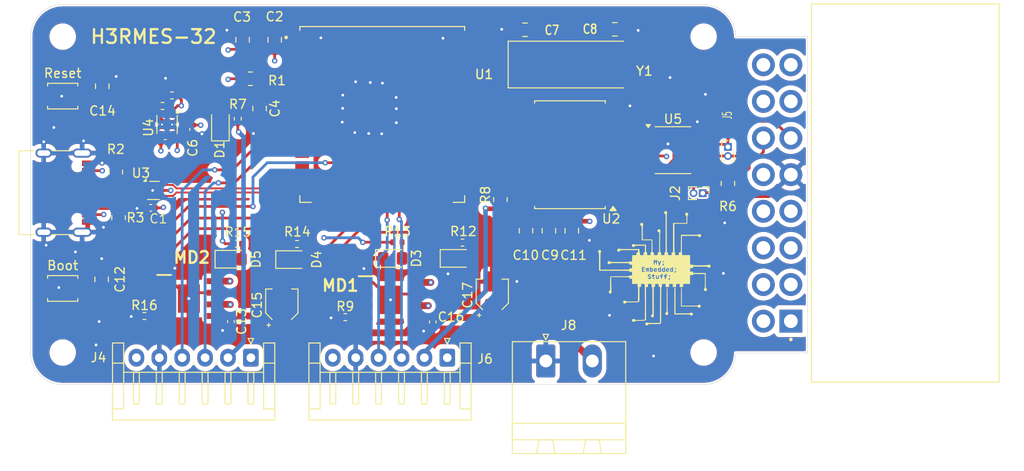
<source format=kicad_pcb>
(kicad_pcb (version 20241229) (generator "pcbnew") (generator_version "9.0")
  (layers (0 "F.Cu" signal) (4 "In1.Cu" power) (6 "In2.Cu" power) (2 "B.Cu" signal) (13 "F.Paste" user) (15 "B.Paste" user) (5 "F.SilkS" user "F.Silkscreen") (7 "B.SilkS" user "B.Silkscreen") (1 "F.Mask" user) (3 "B.Mask" user) (25 "Edge.Cuts" user))
  (net 0 "")
  (net 1 "GND")
  (net 2 "/5V")
  (net 3 "/3.3V")
  (net 4 "/Enable")
  (net 5 "Net-(U2-OSC2)")
  (net 6 "Net-(U2-OSC1)")
  (net 8 "Net-(D1-A)")
  (net 10 "/D-")
  (net 11 "Net-(J1-CC2)")
  (net 12 "/D+")
  (net 14 "Net-(J1-CC1)")
  (net 15 "/CANL")
  (net 16 "Net-(J2-Pin_1)")
  (net 31 "Net-(U4-FB)")
  (net 32 "/CANH")
  (net 33 "Net-(U2-~{RESET})")
  (net 34 "/GPIO0")
  (net 48 "/V_Motor")
  (net 54 "Net-(D2-A)")
  (net 56 "/SCLK")
  (net 58 "/CS")
  (net 61 "/TX_CAN")
  (net 62 "/CAN_INT")
  (net 65 "/RX_CAN")
  (net 66 "/MOSI")
  (net 67 "/MISO")
  (net 68 "Net-(D3-A)")
  (net 70 "/PulseA_02")
  (net 71 "/MotorA+")
  (net 72 "/MotorA-")
  (net 73 "/PulseA_01")
  (net 74 "/PulseB_01")
  (net 75 "/MotorB-")
  (net 76 "/PulseB_02")
  (net 77 "/MotorB+")
  (net 78 "/PWM_B1")
  (net 79 "/PWM_A1")
  (net 80 "/PWM_A2")
  (net 81 "/PWM_B2")
  (net 82 "Net-(D4-A)")
  (net 83 "Net-(D5-A)")
  (net 84 "Net-(IC1-ILIM)")
  (net 85 "Net-(IC2-ILIM)")
  (footprint "C-OBD-II-16M:COMTECH_C-OBD-II-16M" (layer "F.Cu") (at 129.525 73.075 90)
    (property "Reference" "J3" (hide yes))
    (property "Value" "C-OBD-II-16M")
  )
  (footprint "DRV8871DDARQ1:SOIC127P600X170-9N" (layer "F.Cu") (at 85.8 70.75)
    (property "Reference" "MD1")
    (property "Value" "DRV8871DDARQ1" (hide yes))
  )
  (footprint "Resistor_SMD:R_0402_1005Metric" (layer "F.Cu") (at 61.925 48.425 180)
    (property "Reference" "R4" (hide yes))
    (property "Value" "499K")
  )
  (footprint "Capacitor_SMD:CP_Elec_3x5.4" (layer "F.Cu") (at 96.92 70.24 90)
    (property "Reference" "C17")
    (property "Value" "47uF/50V")
  )
  (footprint "Resistor_SMD:R_0805_2012Metric_Pad1.20x1.40mm_HandSolder" (layer "F.Cu") (at 55.8 56.8 90)
    (property "Reference" "R2")
    (property "Value" "5.1K")
  )
  (footprint "Package_SO:SOIC-18W_7.5x11.6mm_P1.27mm" (layer "F.Cu") (at 105.4 54.9 180)
    (property "Reference" "U2")
    (property "Value" "MCP2515-xSO")
  )
  (footprint "Capacitor_SMD:C_0805_2012Metric_Pad1.18x1.45mm_HandSolder" (layer "F.Cu") (at 105.6 63.2 -90)
    (property "Reference" "C11")
    (property "Value" "10uF/16V")
  )
  (footprint "Capacitor_SMD:C_0805_2012Metric_Pad1.18x1.45mm_HandSolder" (layer "F.Cu") (at 54.25 68.51 90)
    (property "Reference" "C12")
    (property "Value" "0.1uF/50V(10%)")
  )
  (footprint "Resistor_SMD:R_0402_1005Metric" (layer "F.Cu") (at 58.9225 72.5175)
    (property "Reference" "R16")
    (property "Value" "32K")
  )
  (footprint "Capacitor_SMD:C_0805_2012Metric_Pad1.18x1.45mm_HandSolder" (layer "F.Cu") (at 69.65 42.35 90)
    (property "Reference" "C3")
    (property "Value" "10uF")
  )
  (footprint "Capacitor_SMD:C_0805_2012Metric_Pad1.18x1.45mm_HandSolder" (layer "F.Cu") (at 73.15 42.35 90)
    (property "Reference" "C2")
    (property "Value" "0.1uF")
  )
  (footprint "Resistor_SMD:R_0402_1005Metric" (layer "F.Cu") (at 69.03 64.62 180)
    (property "Reference" "R15")
    (property "Value" "1.5K")
  )
  (footprint "MountingHole:MountingHole_2.2mm_M2" (layer "F.Cu") (at 120 42)
    (property "Reference" "H4" (hide yes))
    (property "Value" "MountingHole")
  )
  (footprint "LED_SMD:LED_0805_2012Metric_Pad1.15x1.40mm_HandSolder" (layer "F.Cu") (at 75.1325 66.35)
    (property "Reference" "D4")
    (property "Value" "LED")
  )
  (footprint "Resistor_SMD:R_0402_1005Metric" (layer "F.Cu") (at 86.55 64.46 180)
    (property "Reference" "R13")
    (property "Value" "1.5K")
  )
  (footprint "Resistor_SMD:R_0402_1005Metric" (layer "F.Cu") (at 69.12 50.965 -90)
    (property "Reference" "R7")
    (property "Value" "1.5K")
  )
  (footprint "Connector_JST:JST_EH_S6B-EH_1x06_P2.50mm_Horizontal" (layer "F.Cu") (at 70.55 77.0675 180)
    (property "Reference" "J4")
    (property "Value" "Conn_01x06")
  )
  (footprint "Package_SON:WSON-6-1EP_2x2mm_P0.65mm_EP1x1.6mm_ThermalVias" (layer "F.Cu") (at 61.4 51.6 -90)
    (property "Reference" "U4")
    (property "Value" "TLV76701DRVx")
  )
  (footprint "Capacitor_SMD:C_0805_2012Metric_Pad1.18x1.45mm_HandSolder" (layer "F.Cu") (at 100.5 41.25)
    (property "Reference" "C7")
    (property "Value" "22pF")
  )
  (footprint "MountingHole:MountingHole_2.2mm_M2" (layer "F.Cu") (at 50 76.5)
    (property "Reference" "H1" (hide yes))
    (property "Value" "MountingHole")
  )
  (footprint "Capacitor_SMD:C_0402_1005Metric" (layer "F.Cu") (at 64.2375 52.14 -90)
    (property "Reference" "C6")
    (property "Value" "2.2uF")
  )
  (footprint "Capacitor_SMD:C_0402_1005Metric" (layer "F.Cu") (at 61.2 53.6)
    (property "Reference" "C5" (hide yes))
    (property "Value" "10uF")
  )
  (footprint "DRV8871DDARQ1:SOIC127P600X170-9N" (layer "F.Cu") (at 63.7825 70.6075)
    (property "Reference" "MD2")
    (property "Value" "DRV8871DDARQ1" (hide yes))
  )
  (footprint "LOGO" (layer "F.Cu") (at 114.613101 67.571709)
    (property "Reference" "G***" (hide yes))
    (property "Value" "LOGO" (hide yes))
  )
  (footprint "LED_SMD:LED_0805_2012Metric_Pad1.15x1.40mm_HandSolder" (layer "F.Cu") (at 67.22 51.525 90)
    (property "Reference" "D1")
    (property "Value" "LED")
  )
  (footprint "LED_SMD:LED_0805_2012Metric_Pad1.15x1.40mm_HandSolder" (layer "F.Cu") (at 93.0925 66.22)
    (property "Reference" "D2" (hide yes))
    (property "Value" "LED")
  )
  (footprint "Button_Switch_SMD:SW_SPST_B3U-1000P" (layer "F.Cu") (at 50 48.5)
    (property "Reference" "Reset")
    (property "Value" "Reset")
  )
  (footprint "Capacitor_SMD:C_0805_2012Metric_Pad1.18x1.45mm_HandSolder" (layer "F.Cu") (at 100.6 63.2 -90)
    (property "Reference" "C10")
    (property "Value" "0.1uF")
  )
  (footprint "Capacitor_SMD:C_0805_2012Metric_Pad1.18x1.45mm_HandSolder" (layer "F.Cu") (at 71.5 49.85 -90)
    (property "Reference" "C4")
    (property "Value" "1uF")
  )
  (footprint "Capacitor_SMD:C_0805_2012Metric_Pad1.18x1.45mm_HandSolder" (layer "F.Cu") (at 110.3 41.2)
    (property "Reference" "C8")
    (property "Value" "22pF")
  )
  (footprint "Resistor_SMD:R_0805_2012Metric_Pad1.20x1.40mm_HandSolder" (layer "F.Cu") (at 70.5 46.6)
    (property "Reference" "R1")
    (property "Value" "10K")
  )
  (footprint "Connector_USB:USB_C_Receptacle_G-Switch_GT-USB-7010ASV" (layer "F.Cu") (at 49 59.04 -90)
    (property "Reference" "J1" (hide yes))
    (property "Value" "USB_C_Receptacle_USB2.0_16P")
  )
  (footprint "Resistor_SMD:R_0805_2012Metric_Pad1.20x1.40mm_HandSolder" (layer "F.Cu") (at 97.8 59.8 -90)
    (property "Reference" "R8")
    (property "Value" "10K")
  )
  (footprint "ESP32-S3-WROOM-1U-N16R8:XCVR_ESP32-S3-WROOM-1U-N16R8" (layer "F.Cu") (at 84.9 50.5)
    (property "Reference" "U1")
    (property "Value" "ESP32-S3-WROOM-1U-N16R8")
  )
  (footprint "Resistor_SMD:R_0805_2012Metric_Pad1.20x1.40mm_HandSolder" (layer "F.Cu") (at 56.1 61.775 90)
    (property "Reference" "R3")
    (property "Value" "5.1K")
  )
  (footprint "MountingHole:MountingHole_2.2mm_M2" (layer "F.Cu") (at 50 42)
    (property "Reference" "H3" (hide yes))
    (property "Value" "MountingHole")
  )
  (footprint "Connector_JST:JST_EH_S6B-EH_1x06_P2.50mm_Horizontal" (layer "F.Cu") (at 92 77.0675 180)
    (property "Reference" "J6")
    (property "Value" "Conn_01x06")
  )
  (footprint "Resistor_SMD:R_0402_1005Metric" (layer "F.Cu") (at 93.66 64.5 180)
    (property "Reference" "R12")
    (property "Value" "1.5K")
  )
  (footprint "Capacitor_SMD:C_0805_2012Metric_Pad1.18x1.45mm_HandSolder" (layer "F.Cu") (at 103.1 63.2 -90)
    (property "Reference" "C9")
    (property "Value" "0.1uF")
  )
  (footprint "Resistor_SMD:R_0402_1005Metric" (layer "F.Cu") (at 75.59 64.65 180)
    (property "Reference" "R14")
    (property "Value" "1.5K")
  )
  (footprint "Connector_PinHeader_1.00mm:PinHeader_1x02_P1.00mm_Vertical" (layer "F.Cu") (at 122.65 54.04)
    (property "Reference" "J5")
    (property "Value" "Conn_01x02_Pin")
  )
  (footprint "Capacitor_SMD:C_0402_1005Metric" (layer "F.Cu") (at 59.62 60.7 180)
    (property "Reference" "C1")
    (property "Value" "10uF")
  )
  (footprint "Package_TO_SOT_SMD:SOT-666" (layer "F.Cu") (at 59.9 58.8)
    (property "Reference" "U3")
    (property "Value" "USBLC6-2P6")
  )
  (footprint "Capacitor_SMD:C_0402_1005Metric" (layer "F.Cu") (at 68.37 73.12 -90)
    (property "Reference" "C13")
    (property "Value" "0.1uF")
  )
  (footprint "LED_SMD:LED_0805_2012Metric_Pad1.15x1.40mm_HandSolder" (layer "F.Cu") (at 86.0275 66.22)
    (property "Reference" "D3")
    (property "Value" "LED")
  )
  (footprint "Package_SO:SOIC-8_3.9x4.9mm_P1.27mm" (layer "F.Cu") (at 116.65 54.4)
    (property "Reference" "U5")
    (property "Value" "TJA1051T")
  )
  (footprint "Connector_PinHeader_1.00mm:PinHeader_1x02_P1.00mm_Vertical" (layer "F.Cu") (at 119.9 59.1 -90)
    (property "Reference" "J2")
    (property "Value" "Conn_01x02_Pin")
  )
  (footprint "LED_SMD:LED_0805_2012Metric_Pad1.15x1.40mm_HandSolder" (layer "F.Cu") (at 68.5 66.31)
    (property "Reference" "D5")
    (property "Value" "LED")
  )
  (footprint "Connector_Phoenix_MSTB:PhoenixContact_MSTBA_2,5_2-G-5,08_1x02_P5.08mm_Horizontal" (layer "F.Cu") (at 102.76 77.4225)
    (property "Reference" "J8")
    (property "Value" "Screw_Terminal_01x02")
  )
  (footprint "Resistor_SMD:R_0805_2012Metric_Pad1.20x1.40mm_HandSolder" (layer "F.Cu") (at 122.65 58.04 90)
    (property "Reference" "R6")
    (property "Value" "120")
  )
  (footprint "MountingHole:MountingHole_2.2mm_M2" (layer "F.Cu") (at 120 76.5)
    (property "Reference" "H2" (hide yes))
    (property "Value" "MountingHole")
  )
  (footprint "Capacitor_SMD:C_0402_1005Metric" (layer "F.Cu") (at 90.42 73.16 -90)
    (property "Reference" "C16")
    (property "Value" "0.1uF")
  )
  (footprint "Crystal:Crystal_SMD_HC49-SD" (layer "F.Cu") (at 105.35 45.05)
    (property "Reference" "Y1")
    (property "Value" "8Mhz")
  )
  (footprint "Resistor_SMD:R_0402_1005Metric" (layer "F.Cu") (at 60.9 49.575 180)
    (property "Reference" "R5" (hide yes))
    (property "Value" "160K")
  )
  (footprint "Capacitor_SMD:CP_Elec_3x5.4" (layer "F.Cu") (at 73.93 71.32 90)
    (property "Reference" "C15")
    (property "Value" "47uF/50V")
  )
  (footprint "Button_Switch_SMD:SW_SPST_B3U-1000P" (layer "F.Cu") (at 50 69.5)
    (property "Reference" "Boot")
    (property "Value" "Boot")
  )
  (footprint "Resistor_SMD:R_0402_1005Metric" (layer "F.Cu") (at 80.86 72.64)
    (property "Reference" "R9")
    (property "Value" "32K")
  )
  (footprint "Capacitor_SMD:C_0805_2012Metric_Pad1.18x1.45mm_HandSolder" (layer "F.Cu") (at 54.32 47.42 90)
    (property "Reference" "C14")
    (property "Value" "0.1uF/50V(10%)")
  )
  (gr_line (start 120 38.5) (end 50 38.5) (stroke (width 0.05)) (layer "Edge.Cuts"))
  (gr_line (start 123.5 76.55) (end 131.35 76.55) (stroke (width 0.05)) (layer "Edge.Cuts"))
  (gr_arc (start 50 80) (mid 47.525126 78.974874) (end 46.5 76.5) (stroke (width 0.05)) (layer "Edge.Cuts"))
  (gr_line (start 46.5 42) (end 46.5 76.5) (stroke (width 0.05)) (layer "Edge.Cuts"))
  (gr_line (start 123.5 42) (end 131.275 42) (stroke (width 0.05)) (layer "Edge.Cuts"))
  (gr_line (start 131.35 76.55) (end 131.35 42) (stroke (width 0.05)) (layer "Edge.Cuts"))
  (gr_arc (start 46.5 42) (mid 47.525126 39.525126) (end 50 38.5) (stroke (width 0.05)) (layer "Edge.Cuts"))
  (gr_line (start 120 80) (end 50 80) (stroke (width 0.05)) (layer "Edge.Cuts"))
  (gr_arc (start 120 38.5) (mid 122.474874 39.525126) (end 123.5 42) (stroke (width 0.05)) (layer "Edge.Cuts"))
  (gr_arc (start 123.499643 76.549995) (mid 122.457134 78.992487) (end 120 80) (stroke (width 0.05)) (layer "Edge.Cuts"))
  (gr_line (start 131.275 42) (end 131.35 42) (stroke (width 0.05)) (layer "Edge.Cuts"))
  (gr_text "H3RMES-32" (at 52.9 42.88 0) (layer "F.SilkS") (effects (font (size 1.5 1.5) (thickness 0.25) (bold yes)) (justify left bottom)))
  (segment (start 67.9525 41.3125) (end 67.93 41.29) (width 0.3) (layer "F.Cu") (net 1))
  (segment (start 71.5425 50.93) (end 71.5425 51.8675) (width 0.3) (layer "F.Cu") (net 1))
  (segment (start 55.8075 46.3825) (end 55.84 46.35) (width 0.3) (layer "F.Cu") (net 1))
  (segment (start 61.68 53.6) (end 61.4 53.32) (width 0.3) (layer "F.Cu") (net 1))
  (segment (start 52.725 62.24) (end 53.865 62.24) (width 0.3) (layer "F.Cu") (net 1))
  (segment (start 116.055 53.765) (end 116.1 53.72) (width 0.3) (layer "F.Cu") (net 1))
  (segment (start 84.1 51.21) (end 83.4 51.21) (width 0.5) (layer "F.Cu") (net 1))
  (segment (start 83.4 49.81) (end 82.7 49.81) (width 0.5) (layer "F.Cu") (net 1))
  (segment (start 65.275 52.55) (end 65.2 52.625) (width 0.3) (layer "F.Cu") (net 1))
  (segment (start 60.4 49.585) (end 60.39 49.575) (width 0.3) (layer "F.Cu") (net 1))
  (segment (start 84.8 48.41) (end 84.8 47.2) (width 0.5) (layer "F.Cu") (net 1))
  (segment (start 93.65 42.09) (end 91.62 42.09) (width 0.3) (layer "F.Cu") (net 1))
  (segment (start 60.75 50.95) (end 61.4 51.6) (width 0.3) (layer "F.Cu") (net 1))
  (segment (start 96.92 68.74) (end 99.6 68.74) (width 0.75) (layer "F.Cu") (net 1))
  (segment (start 83.4 51.21) (end 83.4 52.56) (width 0.5) (layer "F.Cu") (net 1))
  (segment (start 99.4625 41.25) (end 98 41.25) (width 0.3) (layer "F.Cu") (net 1))
  (segment (start 84.1 48.41) (end 84.8 48.41) (width 0.5) (layer "F.Cu") (net 1))
  (segment (start 80.61 48.41) (end 80.59 48.39) (width 0.5) (layer "F.Cu") (net 1))
  (segment (start 67.95 73.6) (end 67.46 74.09) (width 0.3) (layer "F.Cu") (net 1))
  (segment (start 103.1 64.2375) (end 105.6 64.2375) (width 0.5) (layer "F.Cu") (net 1))
  (segment (start 68.37 73.6) (end 67.95 73.6) (width 0.3) (layer "F.Cu") (net 1))
  (segment (start 64.2375 52.62) (end 65.195 52.62) (width 0.3) (layer "F.Cu") (net 1))
  (segment (start 49.88 48.5) (end 49.89 48.51) (width 0.3) (layer "F.Cu") (net 1))
  (segment (start 82 48.41) (end 82 46.94) (width 0.5) (layer "F.Cu") (net 1))
  (segment (start 61.8775 68.7025) (end 63.7825 70.6075) (width 0.3) (layer "F.Cu") (net 1))
  (segment (start 86.25 51.21) (end 86.44 51.4) (width 0.5) (layer "F.Cu") (net 1))
  (segment (start 69.65 41.3125) (end 67.9525 41.3125) (width 0.3) (layer "F.Cu") (net 1))
  (segment (start 119.125 52.495) (end 119.125 51.485) (width 0.3) (layer "F.Cu") (net 1))
  (segment (start 89.42 74.16) (end 89.9 74.16) (width 0.3) (layer "F.Cu") (net 1))
  (segment (start 112.75 41.2) (end 112.87 41.32) (width 0.3) (layer "F.Cu") (net 1))
  (segment (start 82 51.21) (end 82.7 51.21) (width 0.5) (layer "F.Cu") (net 1))
  (segment (start 129.525 57.075) (end 127.126 59.474) (width 0.3) (layer "F.Cu") (net 1))
  (segment (start 86.19 48.41) (end 86.42 48.64) (width 0.5) (layer "F.Cu") (net 1))
  (segment (start 83.4 50.51) (end 83.4 49.81) (width 0.5) (layer "F.Cu") (net 1))
  (segment (start 83.4 47.2) (end 83.59 47.01) (width 0.5) (layer "F.Cu") (net 1))
  (segment (start 60.75 50.7125) (end 60.4 50.3625) (width 0.3) (layer "F.Cu") (net 1))
  (segment (start 83.4 52.56) (end 83.42 52.58) (width 0.5) (layer "F.Cu") (net 1))
  (segment (start 65.195 52.62) (end 65.2 52.625) (width 0.3) (layer "F.Cu") (net 1))
  (segment (start 49.48 69.5) (end 49.575 69.405) (width 0.3) (layer "F.Cu") (net 1))
  (segment (start 85.8 70.75) (end 83.895 68.845) (width 0.3) (layer "F.Cu") (net 1))
  (segment (start 63.7825 70.6075) (end 64.4175 69.9725) (width 0.3) (layer "F.Cu") (net 1))
  (segment (start 84.8 49.81) (end 84.8 49.11) (width 0.5) (layer "F.Cu") (net 1))
  (segment (start 64.4175 69.9725) (end 66.4945 69.9725) (width 0.3) (layer "F.Cu") (net 1))
  (segment (start 98 41.25) (end 97.95 41.2) (width 0.3) (layer "F.Cu") (net 1))
  (segment (start 84.8 50.51) (end 84.8 49.81) (width 0.5) (layer "F.Cu") (net 1))
  (segment (start 71.5425 51.8675) (end 70.83 52.58) (width 0.3) (layer "F.Cu") (net 1))
  (segment (start 114.175 53.765) (end 116.055 53.765) (width 0.3) (layer "F.Cu") (net 1))
  (segment (start 99.72 68.74) (end 99.74 68.76) (width 0.75) (layer "F.Cu") (net 1))
  (segment (start 75.3725 41.3125) (end 76.15 42.09) (width 0.3) (layer "F.Cu") (net 1))
  (segment (start 58.975 58.8) (end 59.825 58.8) (width 0.3) (layer "F.Cu") (net 1))
  (segment (start 84.8 49.81) (end 86.38 49.81) (width 0.5) (layer "F.Cu") (net 1))
  (segment (start 99.6 68.74) (end 99.72 68.74) (width 0.75) (layer "F.Cu") (net 1))
  (segment (start 60.4 50.3625) (end 60.4 49.585) (width 0.3) (layer "F.Cu") (net 1))
  (segment (start 119.125 51.485) (end 119.31 51.3) (width 0.3) (layer "F.Cu") (net 1))
  (segment (start 48.3 48.5) (end 49.88 48.5) (width 0.3) (layer "F.Cu") (net 1))
  (segment (start 55.8 55.8) (end 54.3 55.8) (width 0.3) (layer "F.Cu") (net 1))
  (segment (start 82.7 48.41) (end 82 48.41) (width 0.5) (layer "F.Cu") (net 1))
  (segment (start 54.32 46.3825) (end 55.8075 46.3825) (width 0.3) (layer "F.Cu") (net 1))
  (segment (start 92.0675 66.22) (end 92.0675 67.8975) (width 0.3) (layer "F.Cu") (net 1))
  (segment (start 73.15 41.3125) (end 75.3725 41.3125) (width 0.3) (layer "F.Cu") (net 1))
  (segment (start 71.5 50.8875) (end 71.5425 50.93) (width 0.3) (layer "F.Cu") (net 1))
  (segment (start 80.66 51.21) (end 80.53 51.34) (width 0.5) (layer "F.Cu") (net 1))
  (segment (start 82 52.38) (end 81.9 52.48) (width 0.5) (layer "F.Cu") (net 1))
  (segment (start 83.4 50.51) (end 83.4 51.21) (width 0.5) (layer "F.Cu") (net 1))
  (segment (start 80.35 72.64) (end 79.39 72.64) (width 0.3) (layer "F.Cu") (net 1))
  (segment (start 83.088 68.845) (end 83.088 67.528) (width 0.3) (layer "F.Cu") (net 1))
  (segment (start 83.895 68.845) (end 83.088 68.845) (width 0.3) (layer "F.Cu") (net 1))
  (segment (start 73.15 41.3125) (end 69.65 41.3125) (width 0.3) (layer "F.Cu") (net 1))
  (segment (start 84.8 50.51) (end 84.8 51.21) (width 0.5) (layer "F.Cu") (net 1))
  (segment (start 67.22 52.55) (end 65.275 52.55) (width 0.3) (layer "F.Cu") (net 1))
  (segment (start 89.9 74.16) (end 90.42 73.64) (width 0.3) (layer "F.Cu") (net 1))
  (segment (start 107.5175 64.2375) (end 107.54 64.26) (width 0.5) (layer "F.Cu") (net 1))
  (segment (start 125.166 59.474) (end 122.3 62.34) (width 0.3) (layer "F.Cu") (net 1))
  (segment (start 111.3375 41.2) (end 112.75 41.2) (width 0.3) (layer "F.Cu") (net 1))
  (segment (start 61.4 52.4875) (end 61.4 51.6) (width 0.3) (layer "F.Cu") (net 1))
  (segment (start 59.14 60.7) (end 58.17 60.7) (width 0.3) (layer "F.Cu") (net 1))
  (segment (start 57.5325 72.5175) (end 57.4825 72.5675) (width 0.3) (layer "F.Cu") (net 1))
  (segment (start 83.4 48.41) (end 83.4 49.11) (width 0.5) (layer "F.Cu") (net 1))
  (segment (start 79.39 72.64) (end 79.31 72.72) (width 0.3) (layer "F.Cu") (net 1))
  (segment (start 86.435 70.115) (end 85.805 70.745) (width 0.3) (layer "F.Cu") (net 1))
  (segment (start 48.3 69.5) (end 49.48 69.5) (width 0.3) (layer "F.Cu") (net 1))
  (segment (start 61.4 53.32) (end 61.4 52.4875) (width 0.3) (layer "F.Cu") (net 1))
  (segment (start 58.4125 72.5175) (end 57.5325 72.5175) (width 0.3) (layer "F.Cu") (net 1))
  (segment (start 84 66.22) (end 82.89 67.33) (width 0.3) (layer "F.Cu") (net 1))
  (segment (start 76.15 42.09) (end 78.15 42.09) (width 0.3) (layer "F.Cu") (net 1))
  (segment (start 110.05 49.82) (end 111.69 49.82) (width 0.3) (layer "F.Cu") (net 1))
  (segment (start 84.1 48.41) (end 83.4 48.41) (width 0.5) (layer "F.Cu") (net 1))
  (segment (start 111.69 49.82) (end 111.95 49.56) (width 0.3) (layer "F.Cu") (net 1))
  (segment (start 83.4 49.81) (end 84.1 49.81) (width 0.5) (layer "F.Cu") (net 1))
  (segment (start 83.088 67.528) (end 82.89 67.33) (width 0.3) (layer "F.Cu") (net 1))
  (segment (start 61.0705 68.7025) (end 61.0705 68.4595) (width 0.3) (layer "F.Cu") (net 1))
  (segment (start 82 46.94) (end 81.99 46.93) (width 0.5) (layer "F.Cu") (net 1))
  (segment (start 58.17 60.7) (end 58.11 60.76) (width 0.3) (layer "F.Cu") (net 1))
  (segment (start 54.45 62.825) (end 54.475 62.85) (width 0.3) (layer "F.Cu") (net 1))
  (segment (start 54.26 66.2475) (end 54.31 66.1975) (width 0.3) (layer "F.Cu") (net 1))
  (segment (start 80.59 49.81) (end 80.57 49.83) (width 0.5) (layer "F.Cu") (net 1))
  (segment (start 82.7 48.41) (end 83.4 48.41) (width 0.5) (layer "F.Cu") (net 1))
  (segment (start 85.805 70.745) (end 85.8 70.75) (width 0.3) (layer "F.Cu") (net 1))
  (segment (start 84.8 51.21) (end 86.25 51.21) (width 0.5) (layer "F.Cu") (net 1))
  (segment (start 78.15 42.09) (end 78.19 42.13) (width 0.3) (layer "F.Cu") (net 1))
  (segment (start 61.0705 68.4595) (end 62.24 67.29) (width 0.3) (layer "F.Cu") (net 1))
  (segment (start 49.575 69.405) (end 49.63 69.35) (width 0.3) (layer "F.Cu") (net 1))
  (segment (start 91.62 42.09) (end 91.53 42.18) (width 0.3) (layer "F.Cu") (net 1))
  (segment (start 82 51.21) (end 80.66 51.21) (width 0.5) (layer "F.Cu") (net 1))
  (segment (start 61.0705 68.7025) (end 61.8775 68.7025) (width 0.3) (layer "F.Cu") (net 1))
  (segment (start 82 49.81) (end 80.59 49.81) (width 0.5) (layer "F.Cu") (net 1))
  (segment (start 100.6 64.2375) (end 103.1 64.2375) (width 0.5) (layer "F.Cu") (net 1))
  (segment (start 84.8 52.57) (end 84.84 52.61) (width 0.5) (layer "F.Cu") (net 1))
  (segment (start 84.8 51.21) (end 84.8 52.57) (width 0.5) (layer "F.Cu") (net 1))
  (segment (start 82 51.21) (end 82 50.51) (width 0.5) (layer "F.Cu") (net 1))
  (segment (start 60.75 50.7125) (end 60.75 50.95) (width 0.3) (layer "F.Cu") (net 1))
  (segment (start 53.865 62.24) (end 54.45 62.825) (width 0.3) (layer "F.Cu") (net 1))
  (segment (start 54.25 66.2575) (end 54.26 66.2475) (width 0.3) (layer "F.Cu") (net 1))
  (segment (start 54.25 67.4725) (end 54.25 66.2575) (width 0.3) (layer "F.Cu") (net 1))
  (segment (start 52.765 55.8) (end 52.725 55.84) (width 0.3) (layer "F.Cu") (net 1))
  (segment (start 84.8 48.41) (end 86.19 48.41) (width 0.5) (layer "F.Cu") (net 1))
  (segment (start 92.0675 67.8975) (end 92.08 67.91) (width 0.3) (layer "F.Cu") (net 1))
  (segment (start 82.7 49.81) (end 82 49.81) (width 0.5) (layer "F.Cu") (net 1))
  (segment (start 84.8 48.41) (end 84.8 49.11) (width 0.5) (layer "F.Cu") (net 1))
  (segment (start 83.4 49.81) (end 83.4 49.11) (width 0.5) (layer "F.Cu") (net 1))
  (segment (start 82 51.21) (end 82 52.38) (width 0.5) (layer "F.Cu") (net 1))
  (segment (start 105.6 64.2375) (end 107.5175 64.2375) (width 0.5) (layer "F.Cu") (net 1))
  (segment (start 84.8 47.2) (end 84.92 47.08) (width 0.5) (layer "F.Cu") (net 1))
  (segment (start 82 50.51) (end 82 49.81) (width 0.5) (layer "F.Cu") (net 1))
  (segment (start 82.7 51.21) (end 83.4 51.21) (width 0.5) (layer "F.Cu") (net 1))
  (segment (start 82 48.41) (end 80.61 48.41) (width 0.5) (layer "F.Cu") (net 1))
  (segment (start 82 49.11) (end 82 48.41) (width 0.5) (layer "F.Cu") (net 1))
  (segment (start 71.6 50.9875) (end 71.5 50.8875) (width 0.3) (layer "F.Cu") (net 1))
  (segment (start 127.126 59.474) (end 125.166 59.474) (width 0.3) (layer "F.Cu") (net 1))
  (segment (start 83.4 48.41) (end 83.4 47.2) (width 0.5) (layer "F.Cu") (net 1))
  (segment (start 54.55 62.775) (end 56.1 62.775) (width 0.3) (layer "F.Cu") (net 1))
  (segment (start 54.475 62.85) (end 54.55 62.775) (width 0.3) (layer "F.Cu") (net 1))
  (segment (start 85.0025 66.22) (end 84 66.22) (width 0.3) (layer "F.Cu") (net 1))
  (segment (start 84.1 49.81) (end 84.8 49.81) (width 0.5) (layer "F.Cu") (net 1))
  (segment (start 86.38 49.81) (end 86.44 49.87) (width 0.5) (layer "F.Cu") (net 1))
  (segment (start 54.3 55.8) (end 52.765 55.8) (width 0.3) (layer "F.Cu") (net 1))
  (segment (start 88.512 70.115) (end 86.435 70.115) (width 0.3) (layer "F.Cu") (net 1))
  (segment (start 82 49.11) (end 82 49.81) (width 0.5) (layer "F.Cu") (net 1))
  (segment (start 84.1 51.21) (end 84.8 51.21) (width 0.5) (layer "F.Cu") (net 1))
  (via (at 82.89 67.33) (size 0.6) (drill 0.3) (layers "F.Cu" "B.Cu") (net 1))
  (via (at 114.53 76.88) (size 0.6) (drill 0.3) (layers "F.Cu" "B.Cu") (net 1))
  (via (at 57.4825 72.5675) (size 0.6) (drill 0.3) (layers "F.Cu" "B.Cu") (net 1))
  (via (at 59.825 58.8) (size 0.6) (drill 0.3) (layers "F.Cu" "B.Cu") (net 1))
  (via (at 65.2 52.625) (size 0.6) (drill 0.3) (layers "F.Cu" "B.Cu") (net 1))
  (via (at 86.44 51.4) (size 0.6) (drill 0.3) (layers "F.Cu" "B.Cu") (net 1))
  (via (at 122.3 62.34) (size 0.6) (drill 0.3) (layers "F.Cu" "B.Cu") (net 1))
  (via (at 84.84 52.61) (size 0.6) (drill 0.3) (layers "F.Cu" "B.Cu") (net 1))
  (via (at 111.95 49.56) (size 0.6) (drill 0.3) (layers "F.Cu" "B.Cu") (net 1))
  (via (at 89.42 74.16) (size 0.6) (drill 0.3) (layers "F.Cu" "B.Cu") (net 1))
  (via (at 78.19 42.13) (size 0.6) (drill 0.3) (layers "F.Cu" "B.Cu") (net 1))
  (via (at 80.53 51.34) (size 0.6) (drill 0.3) (layers "F.Cu" "B.Cu") (net 1))
  (via (at 86.44 49.87) (size 0.6) (drill 0.3) (layers "F.Cu" "B.Cu") (net 1))
  (via (at 62.24 67.29) (size 0.6) (drill 0.3) (layers "F.Cu" "B.Cu") (net 1))
  (via (at 70.83 52.58) (size 0.6) (drill 0.3) (layers "F.Cu" "B.Cu") (net 1))
  (via (at 48.19 64.78) (size 0.6) (drill 0.3) (layers "F.Cu" "B.Cu") (net 1))
  (via (at 54.26 66.2475) (size 0.6) (drill 0.3) (layers "F.Cu" "B.Cu") (net 1))
  (via (at 99.6 68.74) (size 0.6) (drill 0.3) (layers "F.Cu" "B.Cu") (net 1))
  (via (at 54.45 62.825) (size 0.6) (drill 0.3) (layers "F.Cu" "B.Cu") (net 1))
  (via (at 122.16 67.86) (size 0.6) (drill 0.3) (layers "F.Cu" "B.Cu") (net 1))
  (via (at 116.1 53.72) (size 0.6) (drill 0.3) (layers "F.Cu" "B.Cu") (net 1))
  (via (at 49.89 48.51) (size 0.6) (drill 0.3) (layers "F.Cu" "B.Cu") (net 1))
  (via (at 119.31 51.3) (size 0.6) (drill 0.3) (layers "F.Cu" "B.Cu") (net 1))
  (via (at 52.280302 53.387676) (size 0.6) (drill 0.3) (layers "F.Cu" "B.Cu") (net 1))
  (via (at 49.03 51.92) (size 0.6) (drill 0.3) (layers "F.Cu" "B.Cu") (net 1))
  (via (at 47.93 53.48) (size 0.6) (drill 0.3) (layers "F.Cu" "B.Cu") (net 1))
  (via (at 53.64 75.67) (size 0.6) (drill 0.3) (layers "F.Cu" "B.Cu") (net 1))
  (via (at 83.59 47.01) (size 0.6) (drill 0.3) (layers "F.Cu" "B.Cu") (net 1))
  (via (at 51.390556 65.512763) (size 0.6) (drill 0.3) (layers "F.Cu" "B.Cu") (net 1))
  (via (at 84.92 47.08) (size 0.6) (drill 0.3) (layers "F.Cu" "B.Cu") (net 1))
  (via (at 67.46 74.09) (size 0.6) (drill 0.3) (layers "F.Cu" "B.Cu") (net 1))
  (via (at 83.42 52.58) (size 0.6) (drill 0.3) (layers "F.Cu" "B.Cu") (net 1))
  (via (at 49.575 69.405) (size 0.6) (drill 0.3) (layers "F.Cu" "B.Cu") (net 1))
  (via (at 61.23 46.55) (size 0.6) (drill 0.3) (layers "F.Cu" "B.Cu") (net 1))
  (via (at 97.95 41.2) (size 0.6) (drill 0.3) (layers "F.Cu" "B.Cu") (net 1))
  (via (at 55.84 46.35) (size 0.6) (drill 0.3) (layers "F.Cu" "B.Cu") (net 1))
  (via (at 63.7825 70.6075) (size 0.6) (drill 0.3) (layers "F.Cu" "B.Cu") (net 1))
  (via (at 92.08 67.91) (size 0.6) (drill 0.3) (layers "F.Cu" "B.Cu") (net 1))
  (via (at 67.93 41.29) (size 0.6) (drill 0.3) (layers "F.Cu" "B.Cu") (net 1))
  (via (at 81.9 52.48) (size 0.6) (drill 0.3) (layers "F.Cu" "B.Cu") (net 1))
  (via (at 91.53 42.18) (size 0.6) (drill 0.3) (layers "F.Cu" "B.Cu") (net 1))
  (via (at 109.72 72.44) (size 0.6) (drill 0.3) (layers "F.Cu" "B.Cu") (net 1))
  (via (at 85.805 70.745) (size 0.6) (drill 0.3) (layers "F.Cu" "B.Cu") (net 1))
  (via (at 58.11 60.76) (size 0.6) (drill 0.3) (layers "F.Cu" "B.Cu") (net 1))
  (via (at 81.99 46.93) (size 0.6) (drill 0.3) (layers "F.Cu" "B.Cu") (net 1))
  (via (at 112.85 41.32) (size 0.6) (drill 0.3) (layers "F.Cu" "B.Cu") (net 1))
  (via (at 80.57 49.83) (size 0.6) (drill 0.3) (layers "F.Cu" "B.Cu") (net 1))
  (via (at 116.33 46.47) (size 0.6) (drill 0.3) (layers "F.Cu" "B.Cu") (net 1))
  (via (at 79.31 72.72) (size 0.6) (drill 0.3) (layers "F.Cu" "B.Cu") (net 1))
  (via (at 53.98 73.12) (size 0.6) (drill 0.3) (layers "F.Cu" "B.Cu") (net 1))
  (via (at 107.52 64.25) (size 0.6) (drill 0.3) (layers "F.Cu" "B.Cu") (net 1))
  (via (at 120.2 48.3) (size 0.6) (drill 0.3) (layers "F.Cu" "B.Cu") (net 1))
  (via (at 54.3 55.8) (size 0.6) (drill 0.3) (layers "F.Cu" "B.Cu") (net 1))
  (via (at 86.42 48.64) (size 0.6) (drill 0.3) (layers "F.Cu" "B.Cu") (net 1))
  (via (at 80.59 48.39) (size 0.6) (drill 0.3) (layers "F.Cu" "B.Cu") (net 1))
  (segment (start 47.925 54.72) (end 47.925 53.485) (width 0.2) (layer "B.Cu") (net 1))
  (segment (start 47.925 63.36) (end 47.925 64.515) (width 0.2) (layer "B.Cu") (net 1))
  (segment (start 52.125 64.765) (end 51.39 65.5) (width 0.2) (layer "B.Cu") (net 1))
  (segment (start 52.125 53.535) (end 52.27 53.39) (width 0.2) (layer "B.Cu") (net 1))
  (segment (start 52.125 54.72) (end 52.125 53.535) (width 0.2) (layer "B.Cu") (net 1))
  (segment (start 47.925 64.515) (end 48.19 64.78) (width 0.2) (layer "B.Cu") (net 1))
  (segment (start 82 77.0675) (end 82 76.5) (width 0.2) (layer "B.Cu") (net 1))
  (segment (start 52.125 63.36) (end 52.125 64.765) (width 0.2) (layer "B.Cu") (net 1))
  (segment (start 60.55 77.0675) (end 60.55 76.42) (width 0.2) (layer "B.Cu") (net 1))
  (segment (start 52.725 61.44) (end 54.46 61.44) (width 0.3) (layer "F.Cu") (net 2))
  (segment (start 62.05 52.4875) (end 62.51 52.9475) (width 0.3) (layer "F.Cu") (net 2))
  (segment (start 60.72 53.6) (end 60.72 52.5175) (width 0.3) (layer "F.Cu") (net 2))
  (segment (start 52.725 56.64) (end 54.315 56.64) (width 0.3) (layer "F.Cu") (net 2))
  (segment (start 62.51 52.9475) (end 62.51 54.43) (width 0.3) (layer "F.Cu") (net 2))
  (segment (start 54.315 56.64) (end 54.325 56.65) (width 0.3) (layer "F.Cu") (net 2))
  (segment (start 60.72 53.6) (end 60.72 54.47) (width 0.3) (layer "F.Cu") (net 2))
  (segment (start 60.72 54.47) (end 60.725 54.475) (width 0.3) (layer "F.Cu") (net 2))
  (segment (start 60.825 58.8) (end 61.8 58.8) (width 0.3) (layer "F.Cu") (net 2))
  (segment (start 60.1 60.7) (end 60.95 60.7) (width 0.3) (layer "F.Cu") (net 2))
  (segment (start 60.95 60.7) (end 60.99 60.66) (width 0.3) (layer "F.Cu") (net 2))
  (segment (start 60.72 52.5175) (end 60.75 52.4875) (width 0.3) (layer "F.Cu") (net 2))
  (via (at 62.51 54.43) (size 0.6) (drill 0.3) (layers "F.Cu" "B.Cu") (net 2))
  (via (at 60.998739 60.646382) (size 0.6) (drill 0.3) (layers "F.Cu" "B.Cu") (net 2))
  (via (at 61.8 58.8) (size 0.6) (drill 0.3) (layers "F.Cu" "B.Cu") (net 2))
  (via (at 54.475 61.425) (size 0.6) (drill 0.3) (layers "F.Cu" "B.Cu") (net 2))
  (via (at 54.325 56.65) (size 0.6) (drill 0.3) (layers "F.Cu" "B.Cu") (net 2))
  (via (at 60.725 54.475) (size 0.6) (drill 0.3) (layers "F.Cu" "B.Cu") (net 2))
  (segment (start 62.96 48.91) (end 62.475 48.425) (width 0.3) (layer "F.Cu") (net 3))
  (segment (start 69.65 43.3875) (end 68.1425 43.3875) (width 0.3) (layer "F.Cu") (net 3))
  (segment (start 97.8 60.8) (end 96.24 60.8) (width 0.5) (layer "F.Cu") (net 3))
  (segment (start 105.6 62.1625) (end 103.1 62.1625) (width 0.5) (layer "F.Cu") (net 3))
  (segment (start 69.12 51.475) (end 69.12 52.315) (width 0.3) (layer "F.Cu") (net 3))
  (segment (start 69.12 52.315) (end 69.22 52.415) (width 0.3) (layer "F.Cu") (net 3))
  (segment (start 100.6 62.1625) (end 100.6 60.13) (width 0.5) (layer "F.Cu") (net 3))
  (segment (start 62.96 49.54) (end 62.96 48.91) (width 0.3) (layer "F.Cu") (net 3))
  (segment (start 68.14 46.6) (end 68.07 46.67) (width 0.3) (layer "F.Cu") (net 3))
  (segment (start 62.475 48.425) (end 62.435 48.425) (width 0.3) (layer "F.Cu") (net 3))
  (segment (start 103.1 62.1625) (end 100.6 62.1625) (width 0.5) (layer "F.Cu") (net 3))
  (segment (start 99.93 60.8) (end 100.75 59.98) (width 0.5) (layer "F.Cu") (net 3))
  (segment (start 69.5 46.6) (end 68.14 46.6) (width 0.3) (layer "F.Cu") (net 3))
  (segment (start 105.6 62.1625) (end 107.5625 62.1625) (width 0.5) (layer "F.Cu") (net 3))
  (segment (start 62.05 50.05) (end 62.05 50.7125) (width 0.3) (layer "F.Cu") (net 3))
  (segment (start 100.6 60.13) (end 100.75 59.98) (width 0.5) (layer "F.Cu") (net 3))
  (segment (start 68.1425 43.3875) (end 68.07 43.46) (width 0.3) (layer "F.Cu") (net 3))
  (segment (start 114.175 55.035) (end 115.885 55.035) (width 0.3) (layer "F.Cu") (net 3))
  (segment (start 115.885 55.035) (end 115.94 55.09) (width 0.3) (layer "F.Cu") (net 3))
  (segment (start 73.15 43.3875) (end 73.15 44.64) (width 0.3) (layer "F.Cu") (net 3))
  (segment (start 73.15 43.3875) (end 76.1225 43.3875) (width 0.3) (layer "F.Cu") (net 3))
  (segment (start 96.24 60.8) (end 96.18 60.74) (width 0.5) (layer "F.Cu") (net 3))
  (segment (start 97.8 60.8) (end 99.93 60.8) (width 0.5) (layer "F.Cu") (net 3))
  (segment (start 62.96 49.54) (end 62.56 49.54) (width 0.3) (layer "F.Cu") (net 3))
  (segment (start 64.2375 51.66) (end 65.06 51.66) (width 0.3) (layer "F.Cu") (net 3))
  (segment (start 65.06 51.66) (end 65.075 51.675) (width 0.3) (layer "F.Cu") (net 3))
  (segment (start 62.56 49.54) (end 62.05 50.05) (width 0.3) (layer "F.Cu") (net 3))
  (segment (start 76.1225 43.3875) (end 76.15 43.36) (width 0.3) (layer "F.Cu") (net 3))
  (segment (start 107.5625 62.1625) (end 107.57 62.17) (width 0.5) (layer "F.Cu") (net 3))
  (via (at 69.22 52.415) (size 0.6) (drill 0.3) (layers "F.Cu" "B.Cu") (net 3))
  (via (at 107.5603 62.173766) (size 0.6) (drill 0.3) (layers "F.Cu" "B.Cu") (net 3))
  (via (at 115.94 55.09) (size 0.6) (drill 0.3) (layers "F.Cu" "B.Cu") (net 3))
  (via (at 62.96 49.54) (size 0.6) (drill 0.3) (layers "F.Cu" "B.Cu") (net 3))
  (via (at 96.18 60.74) (size 0.6) (drill 0.3) (layers "F.Cu" "B.Cu") (net 3))
  (via (at 65.075 51.675) (size 0.6) (drill 0.3) (layers "F.Cu" "B.Cu") (net 3))
  (via (at 68.07 46.67) (size 0.6) (drill 0.3) (layers "F.Cu" "B.Cu") (net 3))
  (via (at 68.07 43.46) (size 0.6) (drill 0.3) (layers "F.Cu" "B.Cu") (net 3))
  (via (at 73.15 44.64) (size 0.6) (drill 0.3) (layers "F.Cu" "B.Cu") (net 3))
  (segment (start 91.611075 74.411) (end 92.051 73.971075) (width 0.5) (layer "B.Cu") (net 3))
  (segment (start 96.18 69.81) (end 96.18 60.74) (width 0.5) (layer "B.Cu") (net 3))
  (segment (start 89.5 76.49) (end 91.579 74.411) (width 0.5) (layer "B.Cu") (net 3))
  (segment (start 68.05 77.0675) (end 69.751 75.3665) (width 0.5) (layer "B.Cu") (net 3))
  (segment (start 69.751 52.946) (end 69.22 52.415) (width 0.5) (layer "B.Cu") (net 3))
  (segment (start 92.051 73.971075) (end 92.051 73.939) (width 0.5) (layer "B.Cu") (net 3))
  (segment (start 69.751 75.3665) (end 69.751 52.946) (width 0.5) (layer "B.Cu") (net 3))
  (segment (start 89.5 77.0675) (end 89.5 76.49) (width 0.5) (layer "B.Cu") (net 3))
  (segment (start 91.579 74.411) (end 91.611075 74.411) (width 0.5) (layer "B.Cu") (net 3))
  (segment (start 92.051 73.939) (end 96.18 69.81) (width 0.5) (layer "B.Cu") (net 3))
  (segment (start 51.7 48.5) (end 54.2775 48.5) (width 0.3) (layer "F.Cu") (net 4))
  (segment (start 74.59 44.63) (end 76.15 44.63) (width 0.3) (layer "F.Cu") (net 4))
  (segment (start 71.5 48.8125) (end 71.5 46.6) (width 0.3) (layer "F.Cu") (net 4))
  (segment (start 58.49 47.39) (end 65.3 47.39) (width 0.3) (layer "F.Cu") (net 4))
  (segment (start 71.5 46.6) (end 73.41 46.6) (width 0.3) (layer "F.Cu") (net 4))
  (segment (start 57.4225 48.4575) (end 58.49 47.39) (width 0.3) (layer "F.Cu") (net 4))
  (segment (start 66.7225 48.8125) (end 71.5 48.8125) (width 0.3) (layer "F.Cu") (net 4))
  (segment (start 54.32 48.4575) (end 57.4225 48.4575) (width 0.3) (layer "F.Cu") (net 4))
  (segment (start 65.3 47.39) (end 66.7225 48.8125) (width 0.3) (layer "F.Cu") (net 4))
  (segment (start 74.22 45) (end 74.59 44.63) (width 0.3) (layer "F.Cu") (net 4))
  (segment (start 54.2775 48.5) (end 54.32 48.4575) (width 0.3) (layer "F.Cu") (net 4))
  (segment (start 73.41 46.6) (end 74.22 45.79) (width 0.3) (layer "F.Cu") (net 4))
  (segment (start 74.22 45.79) (end 74.22 45) (width 0.3) (layer "F.Cu") (net 4))
  (segment (start 101.5375 41.25) (end 101.5375 44.6125) (width 0.3) (layer "F.Cu") (net 5))
  (segment (start 101.5375 44.6125) (end 101.1 45.05) (width 0.3) (layer "F.Cu") (net 5))
  (segment (start 101.1 46.16) (end 101.1 45.05) (width 0.3) (layer "F.Cu") (net 5))
  (segment (start 107.3 52.36) (end 101.1 46.16) (width 0.3) (layer "F.Cu") (net 5))
  (segment (start 110.05 52.36) (end 107.3 52.36) (width 0.3) (layer "F.Cu") (net 5))
  (segment (start 109.2625 44.7125) (end 109.6 45.05) (width 0.3) (layer "F.Cu") (net 6))
  (segment (start 109.2625 41.2) (end 109.2625 44.7125) (width 0.3) (layer "F.Cu") (net 6))
  (segment (start 108.674 50.181678) (end 108.674 45.976) (width 0.3) (layer "F.Cu") (net 6))
  (segment (start 108.674 45.976) (end 109.6 45.05) (width 0.3) (layer "F.Cu") (net 6))
  (segment (start 110.05 51.09) (end 109.582322 51.09) (width 0.3) (layer "F.Cu") (net 6))
  (segment (start 109.582322 51.09) (end 108.674 50.181678) (width 0.3) (layer "F.Cu") (net 6))
  (segment (start 67.22 50.5) (end 69.075 50.5) (width 0.3) (layer "F.Cu") (net 8))
  (segment (start 69.075 50.5) (end 69.12 50.455) (width 0.3) (layer "F.Cu") (net 8))
  (segment (start 62.424943 58.575) (end 72.706802 58.575) (width 0.2) (layer "F.Cu") (net 10))
  (segment (start 59.05 58.2625) (end 59.425001 58.2625) (width 0.2) (layer "F.Cu") (net 10))
  (segment (start 59.425001 58.2625) (end 59.488501 58.199) (width 0.2) (layer "F.Cu") (net 10))
  (segment (start 60.75 58.2625) (end 61.125001 58.2625) (width 0.2) (layer "F.Cu") (net 10))
  (segment (start 59.488501 58.199) (end 60.311499 58.199) (width 0.2) (layer "F.Cu") (net 10))
  (segment (start 57.9975 59.315) (end 58.349 58.9635) (width 0.2) (layer "F.Cu") (net 10))
  (segment (start 58.9635 58.349) (end 59.05 58.2625) (width 0.2) (layer "F.Cu") (net 10))
  (segment (start 73.541802 57.74) (end 74.614999 57.74) (width 0.2) (layer "F.Cu") (net 10))
  (segment (start 61.125001 58.2625) (end 61.188501 58.199) (width 0.2) (layer "F.Cu") (net 10))
  (segment (start 58.567176 58.349) (end 58.9635 58.349) (width 0.2) (layer "F.Cu") (net 10))
  (segment (start 52.725 59.29) (end 53.655001 59.29) (width 0.2) (layer "F.Cu") (net 10))
  (segment (start 53.92 59.315) (end 57.9975 59.315) (width 0.2) (layer "F.Cu") (net 10))
  (segment (start 53.92 59.315) (end 53.92 58.613) (width 0.2) (layer "F.Cu") (net 10))
  (segment (start 53.655001 59.29) (end 53.680001 59.315) (width 0.2) (layer "F.Cu") (net 10))
  (segment (start 61.188501 58.199) (end 62.048943 58.199) (width 0.2) (layer "F.Cu") (net 10))
  (segment (start 75.024999 57.33) (end 76.15 57.33) (width 0.2) (layer "F.Cu") (net 10))
  (segment (start 53.92 58.613) (end 53.597 58.29) (width 0.2) (layer "F.Cu") (net 10))
  (segment (start 72.706802 58.575) (end 73.541802 57.74) (width 0.2) (layer "F.Cu") (net 10))
  (segment (start 58.349 58.567176) (end 58.567176 58.349) (width 0.2) (layer "F.Cu") (net 10))
  (segment (start 74.614999 57.74) (end 75.024999 57.33) (width 0.2) (layer "F.Cu") (net 10))
  (segment (start 53.597 58.29) (end 52.725 58.29) (width 0.2) (layer "F.Cu") (net 10))
  (segment (start 60.311499 58.199) (end 60.374999 58.2625) (width 0.2) (layer "F.Cu") (net 10))
  (segment (start 62.048943 58.199) (end 62.424943 58.575) (width 0.2) (layer "F.Cu") (net 10))
  (segment (start 58.349 58.9635) (end 58.349 58.567176) (width 0.2) (layer "F.Cu") (net 10))
  (segment (start 53.680001 59.315) (end 53.92 59.315) (width 0.2) (layer "F.Cu") (net 10))
  (segment (start 60.374999 58.2625) (end 60.75 58.2625) (width 0.2) (layer "F.Cu") (net 10))
  (segment (start 53.68 60.775) (end 56.1 60.775) (width 0.3) (layer "F.Cu") (net 11))
  (segment (start 52.725 60.79) (end 53.665 60.79) (width 0.3) (layer "F.Cu") (net 11))
  (segment (start 53.665 60.79) (end 53.68 60.775) (width 0.3) (layer "F.Cu") (net 11))
  (segment (start 72.893198 59.025) (end 73.728198 58.19) (width 0.2) (layer "F.Cu") (net 12))
  (segment (start 60.374999 59.3375) (end 60.75 59.3375) (width 0.2) (layer "F.Cu") (net 12))
  (segment (start 60.311499 59.401) (end 60.374999 59.3375) (width 0.2) (layer "F.Cu") (net 12))
  (segment (start 58.183897 59.765) (end 58.611397 59.3375) (width 0.2) (layer "F.Cu") (net 12))
  (segment (start 74.614999 58.19) (end 75.024999 58.6) (width 0.2) (layer "F.Cu") (net 12))
  (segment (start 52.725 59.79) (end 51.43 59.79) (width 0.2) (layer "F.Cu") (net 12))
  (segment (start 73.728198 58.19) (end 74.614999 58.19) (width 0.2) (layer "F.Cu") (net 12))
  (segment (start 51.49 58.79) (end 52.725 58.79) (width 0.2) (layer "F.Cu") (net 12))
  (segment (start 51.43 59.79) (end 51.28 59.64) (width 0.2) (layer "F.Cu") (net 12))
  (segment (start 60.75 59.3375) (end 61.125001 59.3375) (width 0.2) (layer "F.Cu") (net 12))
  (segment (start 75.024999 58.6) (end 76.15 58.6) (width 0.2) (layer "F.Cu") (net 12))
  (segment (start 59.425001 59.3375) (end 59.488501 59.401) (width 0.2) (layer "F.Cu") (net 12))
  (segment (start 62.048943 59.401) (end 62.424943 59.025) (width 0.2) (layer "F.Cu") (net 12))
  (segment (start 52.725 59.79) (end 53.655001 59.79) (width 0.2) (layer "F.Cu") (net 12))
  (segment (start 59.488501 59.401) (end 60.311499 59.401) (width 0.2) (layer "F.Cu") (net 12))
  (segment (start 61.188501 59.401) (end 62.048943 59.401) (width 0.2) (layer "F.Cu") (net 12))
  (segment (start 62.424943 59.025) (end 72.893198 59.025) (width 0.2) (layer "F.Cu") (net 12))
  (segment (start 51.28 59) (end 51.49 58.79) (width 0.2) (layer "F.Cu") (net 12))
  (segment (start 53.655001 59.79) (end 53.680001 59.765) (width 0.2) (layer "F.Cu") (net 12))
  (segment (start 51.28 59.64) (end 51.28 59) (width 0.2) (layer "F.Cu") (net 12))
  (segment (start 58.611397 59.3375) (end 59.05 59.3375) (width 0.2) (layer "F.Cu") (net 12))
  (segment (start 59.05 59.3375) (end 59.425001 59.3375) (width 0.2) (layer "F.Cu") (net 12))
  (segment (start 61.125001 59.3375) (end 61.188501 59.401) (width 0.2) (layer "F.Cu") (net 12))
  (segment (start 53.680001 59.765) (end 58.183897 59.765) (width 0.2) (layer "F.Cu") (net 12))
  (segment (start 53.625 57.8) (end 55.8 57.8) (width 0.3) (layer "F.Cu") (net 14))
  (segment (start 52.725 57.79) (end 53.615 57.79) (width 0.3) (layer "F.Cu") (net 14))
  (segment (start 53.615 57.79) (end 53.625 57.8) (width 0.3) (layer "F.Cu") (net 14))
  (segment (start 122.645 55.035) (end 122.65 55.04) (width 0.3) (layer "F.Cu") (net 15))
  (segment (start 119.125 55.035) (end 122.645 55.035) (width 0.3) (layer "F.Cu") (net 15))
  (segment (start 118.9 58.49896) (end 119.40796 57.991) (width 0.3) (layer "F.Cu") (net 15))
  (segment (start 123.35587 57.991) (end 124.98 56.36687) (width 0.3) (layer "F.Cu") (net 15))
  (segment (start 119.40796 57.991) (end 123.35587 57.991) (width 0.3) (layer "F.Cu") (net 15))
  (segment (start 124.98 56.36687) (end 124.98 55.04) (width 0.3) (layer "F.Cu") (net 15))
  (segment (start 126.09 55.04) (end 126.525 54.605) (width 0.3) (layer "F.Cu") (net 15))
  (segment (start 122.65 55.04) (end 124.98 55.04) (width 0.3) (layer "F.Cu") (net 15))
  (segment (start 118.9 59.1) (end 118.9 58.49896) (width 0.3) (layer "F.Cu") (net 15))
  (segment (start 124.98 55.04) (end 126.09 55.04) (width 0.3) (layer "F.Cu") (net 15))
  (segment (start 126.525 54.605) (end 126.525 53.075) (width 0.3) (layer "F.Cu") (net 15))
  (segment (start 119.96 59.04) (end 119.9 59.1) (width 0.3) (layer "F.Cu") (net 16))
  (segment (start 122.65 59.04) (end 119.96 59.04) (width 0.3) (layer "F.Cu") (net 16))
  (segment (start 61.41 48.43) (end 61.415 48.425) (width 0.3) (layer "F.Cu") (net 31))
  (segment (start 61.4 49.585) (end 61.41 49.575) (width 0.3) (layer "F.Cu") (net 31))
  (segment (start 61.41 49.575) (end 61.41 48.43) (width 0.3) (layer "F.Cu") (net 31))
  (segment (start 61.4 50.7125) (end 61.4 49.585) (width 0.3) (layer "F.Cu") (net 31))
  (segment (start 118.172322 57.04) (end 117.32 56.187678) (width 0.3) (layer "F.Cu") (net 32))
  (segment (start 122.65 54.04) (end 122.65 53.18) (width 0.3) (layer "F.Cu") (net 32))
  (segment (start 118.215 53.765) (end 119.125 53.765) (width 0.3) (layer "F.Cu") (net 32))
  (segment (start 122.375 53.765) (end 122.65 54.04) (width 0.3) (layer "F.Cu") (net 32))
  (segment (start 124.58 51.25) (end 127.7 51.25) (width 0.3) (layer "F.Cu") (net 32))
  (segment (start 117.32 56.187678) (end 117.32 54.66) (width 0.3) (layer "F.Cu") (net 32))
  (segment (start 119.125 53.765) (end 122.375 53.765) (width 0.3) (layer "F.Cu") (net 32))
  (segment (start 117.32 54.66) (end 118.215 53.765) (width 0.3) (layer "F.Cu") (net 32))
  (segment (start 127.7 51.25) (end 129.525 53.075) (width 0.3) (layer "F.Cu") (net 32))
  (segment (start 122.65 57.04) (end 118.172322 57.04) (width 0.3) (layer "F.Cu") (net 32))
  (segment (start 122.65 53.18) (end 124.58 51.25) (width 0.3) (layer "F.Cu") (net 32))
  (segment (start 97.8 58.8) (end 100.66 58.8) (width 0.3) (layer "F.Cu") (net 33))
  (segment (start 100.66 58.8) (end 100.75 58.71) (width 0.3) (layer "F.Cu") (net 33))
  (segment (start 54.3975 69.4) (end 54.25 69.5475) (width 0.3) (layer "F.Cu") (net 34))
  (segment (start 54.7325 69.5475) (end 54.25 69.5475) (width 0.3) (layer "F.Cu") (net 34))
  (segment (start 54.2025 69.5) (end 54.25 69.5475) (width 0.3) (layer "F.Cu") (net 34))
  (segment (start 70.775 60.545) (end 63.735 60.545) (width 0.3) (layer "F.Cu") (net 34))
  (segment (start 51.7 69.5) (end 54.2025 69.5) (width 0.3) (layer "F.Cu") (net 34))
  (segment (start 78.67 55.77) (end 90.188 55.77) (width 0.3) (layer "F.Cu") (net 34))
  (segment (start 93.018 58.6) (end 93.65 58.6) (width 0.3) (layer "F.Cu") (net 34))
  (segment (start 63.735 60.545) (end 54.7325 69.5475) (width 0.3) (layer "F.Cu") (net 34))
  (segment (start 90.188 55.77) (end 93.018 58.6) (width 0.3) (layer "F.Cu") (net 34))
  (segment (start 70.78 60.55) (end 70.775 60.545) (width 0.3) (layer "F.Cu") (net 34))
  (via (at 70.78 60.55) (size 0.6) (drill 0.3) (layers "F.Cu" "B.Cu") (net 34))
  (via (at 78.67 55.77) (size 0.6) (drill 0.3) (layers "F.Cu" "B.Cu") (net 34))
  (segment (start 70.78 60.55) (end 70.78 57.34) (width 0.3) (layer "B.Cu") (net 34))
  (segment (start 72.35 55.77) (end 78.67 55.77) (width 0.3) (layer "B.Cu") (net 34))
  (segment (start 70.78 57.34) (end 72.35 55.77) (width 0.3) (layer "B.Cu") (net 34))
  (segment (start 88.512 72.655) (end 90.395 72.655) (width 0.75) (layer "F.Cu") (net 48))
  (segment (start 90.42 72.68) (end 95.98 72.68) (width 0.75) (layer "F.Cu") (net 48))
  (segment (start 107.84 77.4225) (end 102.1575 71.74) (width 0.75) (layer "F.Cu") (net 48))
  (segment (start 102.1575 71.74) (end 96.92 71.74) (width 0.75) (layer "F.Cu") (net 48))
  (segment (start 90.395 72.655) (end 90.42 72.68) (width 0.75) (layer "F.Cu") (net 48))
  (segment (start 73.3925 72.5125) (end 66.4945 72.5125) (width 0.75) (layer "F.Cu") (net 48))
  (segment (start 88.512 73.278) (end 87.44 74.35) (width 0.75) (layer "F.Cu") (net 48))
  (segment (start 75.23 74.35) (end 73.3925 72.5125) (width 0.75) (layer "F.Cu") (net 48))
  (segment (start 88.512 72.655) (end 88.512 73.278) (width 0.75) (layer "F.Cu") (net 48))
  (segment (start 87.44 74.35) (end 75.23 74.35) (width 0.75) (layer "F.Cu") (net 48))
  (segment (start 95.98 72.68) (end 96.92 71.74) (width 0.75) (layer "F.Cu") (net 48))
  (segment (start 94.1175 66.22) (end 94.1175 64.5525) (width 0.3) (layer "F.Cu") (net 54))
  (segment (start 94.1175 64.5525) (end 94.17 64.5) (width 0.3) (layer "F.Cu") (net 54))
  (segment (start 93.65 49.71) (end 95.55 49.71) (width 0.3) (layer "F.Cu") (net 56))
  (segment (start 95.55 49.71) (end 99.47 53.63) (width 0.3) (layer "F.Cu") (net 56))
  (segment (start 99.47 53.63) (end 100.75 53.63) (width 0.3) (layer "F.Cu") (net 56))
  (segment (start 98.9 57.44) (end 100.75 57.44) (width 0.3) (layer "F.Cu") (net 58))
  (segment (start 94.98 53.52) (end 98.9 57.44) (width 0.3) (layer "F.Cu") (net 58))
  (segment (start 93.65 53.52) (end 94.98 53.52) (width 0.3) (layer "F.Cu") (net 58))
  (segment (start 115.795654 52.495) (end 114.175 52.495) (width 0.3) (layer "F.Cu") (net 61))
  (segment (start 110.05 59.98) (end 112.187678 59.98) (width 0.3) (layer "F.Cu") (net 61))
  (segment (start 116.751 55.416678) (end 116.751 53.450346) (width 0.3) (layer "F.Cu") (net 61))
  (segment (start 112.187678 59.98) (end 116.751 55.416678) (width 0.3) (layer "F.Cu") (net 61))
  (segment (start 116.751 53.450346) (end 115.795654 52.495) (width 0.3) (layer "F.Cu") (net 61))
  (segment (start 99.5 52.36) (end 100.75 52.36) (width 0.3) (layer "F.Cu") (net 62))
  (segment (start 95.58 48.44) (end 99.5 52.36) (width 0.3) (layer "F.Cu") (net 62))
  (segment (start 93.65 48.44) (end 95.58 48.44) (width 0.3) (layer "F.Cu") (net 62))
  (segment (start 112.52 58.71) (end 114.175 57.055) (width 0.3) (layer "F.Cu") (net 65))
  (segment (start 110.05 58.71) (end 112.52 58.71) (width 0.3) (layer "F.Cu") (net 65))
  (segment (start 114.175 57.055) (end 114.175 56.305) (width 0.3) (layer "F.Cu") (net 65))
  (segment (start 95.37 50.98) (end 99.29 54.9) (width 0.3) (layer "F.Cu") (net 66))
  (segment (start 93.65 50.98) (end 95.37 50.98) (width 0.3) (layer "F.Cu") (net 66))
  (segment (start 99.29 54.9) (end 100.75 54.9) (width 0.3) (layer "F.Cu") (net 66))
  (segment (start 95.18 52.25) (end 99.1 56.17) (width 0.3) (layer "F.Cu") (net 67))
  (segment (start 93.65 52.25) (end 95.18 52.25) (width 0.3) (layer "F.Cu") (net 67))
  (segment (start 99.1 56.17) (end 100.75 56.17) (width 0.3) (layer "F.Cu") (net 67))
  (segment (start 87.0525 66.22) (end 87.0525 64.4675) (width 0.3) (layer "F.Cu") (net 68))
  (segment (start 87.0525 64.4675) (end 87.06 64.46) (width 0.3) (layer "F.Cu") (net 68))
  (segment (start 68.54 56.55) (end 74.11 50.98) (width 0.3) (layer "F.Cu") (net 70))
  (segment (start 66.6 56.55) (end 68.54 56.55) (width 0.3) (layer "F.Cu") (net 70))
  (segment (start 74.11 50.98) (end 76.15 50.98) (width 0.3) (layer "F.Cu") (net 70))
  (via (at 66.6 56.55) (size 0.6) (drill 0.3) (layers "F.Cu" "B.Cu") (net 70))
  (segment (start 63.04 62.03) (end 63.05 62.04) (width 0.3) (layer "B.Cu") (net 70))
  (segment (start 63.05 62.04) (end 63.05 77.0675) (width 0.3) (layer "B.Cu") (net 70))
  (segment (start 66.6 56.55) (end 65.3 56.55) (width 0.3) (layer "B.Cu") (net 70))
  (segment (start 65.3 56.55) (end 63.04 58.81) (width 0.3) (layer "B.Cu") (net 70))
  (segment (start 63.04 58.81) (end 63.04 62.03) (width 0.3) (layer "B.Cu") (net 70))
  (segment (start 62.49 76.5075) (end 63.05 77.0675) (width 0.3) (layer "B.Cu") (net 70))
  (segment (start 68.2925 71.2425) (end 68.31 71.26) (width 0.75) (layer "F.Cu") (net 71))
  (segment (start 66.4945 71.2425) (end 68.2925 71.2425) (width 0.75) (layer "F.Cu") (net 71))
  (via (at 68.31 71.26) (size 0.6) (drill 0.3) (layers "F.Cu" "B.Cu") (net 71))
  (segment (start 68.2625 68.7025) (end 68.27 68.71) (width 0.75) (layer "F.Cu") (net 72))
  (segment (start 66.4945 68.7025) (end 68.2625 68.7025) (width 0.75) (layer "F.Cu") (net 72))
  (via (at 68.27 68.71) (size 0.6) (drill 0.3) (layers "F.Cu" "B.Cu") (net 72))
  (segment (start 74.47 52.25) (end 76.15 52.25) (width 0.3) (layer "F.Cu") (net 73))
  (segment (start 67.01 57.975) (end 68.745 57.975) (width 0.3) (layer "F.Cu") (net 73))
  (segment (start 68.745 57.975) (end 74.47 52.25) (width 0.3) (layer "F.Cu") (net 73))
  (via (at 67.01 57.975) (size 0.6) (drill 0.3) (layers "F.Cu" "B.Cu") (net 73))
  (segment (start 67.01 57.975) (end 66.475 57.975) (width 0.3) (layer "B.Cu") (net 73))
  (segment (start 66.475 57.975) (end 65.55 58.9) (width 0.3) (layer "B.Cu") (net 73))
  (segment (start 65.55 58.9) (end 65.55 77.0675) (width 0.3) (layer "B.Cu") (net 73))
  (segment (start 86.76 59.895) (end 86.805 59.85) (width 0.3) (layer "F.Cu") (net 74))
  (segment (start 86.76 61.96) (end 86.76 59.895) (width 0.3) (layer "F.Cu") (net 74))
  (via (at 86.76 61.96) (size 0.6) (drill 0.3) (layers "F.Cu" "B.Cu") (net 74))
  (segment (start 87 62.2) (end 86.76 61.96) (width 0.3) (layer "B.Cu") (net 74))
  (segment (start 87 77.0675) (end 87 62.2) (width 0.3) (layer "B.Cu") (net 74))
  (segment (start 90.195 68.845) (end 90.2 68.85) (width 0.75) (layer "F.Cu") (net 75))
  (segment (start 88.512 68.845) (end 90.195 68.845) (width 0.75) (layer "F.Cu") (net 75))
  (via (at 90.2 68.85) (size 0.6) (drill 0.3) (layers "F.Cu" "B.Cu") (net 75))
  (segment (start 85.44 62.03) (end 85.44 59.945) (width 0.3) (layer "F.Cu") (net 76))
  (segment (start 85.44 59.945) (end 85.535 59.85) (width 0.3) (layer "F.Cu") (net 76))
  (via (at 85.44 62.03) (size 0.6) (drill 0.3) (layers "F.Cu" "B.Cu") (net 76))
  (segment (start 85.36 65.34) (end 85.44 65.26) (width 0.3) (layer "B.Cu") (net 76))
  (segment (start 84.5 66.2) (end 85.36 65.34) (width 0.3) (layer "B.Cu") (net 76))
  (segment (start 85.44 65.26) (end 85.44 62.03) (width 0.3) (layer "B.Cu") (net 76))
  (segment (start 84.5 77.0675) (end 84.5 66.2) (width 0.3) (layer "B.Cu") (net 76))
  (segment (start 88.512 71.385) (end 89.925 71.385) (width 0.75) (layer "F.Cu") (net 77))
  (segment (start 89.925 71.385) (end 89.93 71.39) (width 0.75) (layer "F.Cu") (net 77))
  (via (at 89.93 71.39) (size 0.6) (drill 0.3) (layers "F.Cu" "B.Cu") (net 77))
  (segment (start 79.97 63.97) (end 79.975 63.965) (width 0.3) (layer "F.Cu") (net 78))
  (segment (start 82.995 59.85) (end 82.995 60.945) (width 0.3) (layer "F.Cu") (net 78))
  (segment (start 78.95 70.21) (end 80.125 71.385) (width 0.3) (layer "F.Cu") (net 78))
  (segment (start 82.79 64.46) (end 82.78 64.47) (width 0.3) (layer "F.Cu") (net 78))
  (segment (start 78.54 63.97) (end 79.97 63.97) (width 0.3) (layer "F.Cu") (net 78))
  (segment (start 78.95 64.99) (end 78.95 70.21) (width 0.3) (layer "F.Cu") (net 78))
  (segment (start 86.04 64.46) (end 82.79 64.46) (width 0.3) (layer "F.Cu") (net 78))
  (segment (start 82.995 60.945) (end 79.975 63.965) (width 0.3) (layer "F.Cu") (net 78))
  (segment (start 80.125 71.385) (end 83.088 71.385) (width 0.3) (layer "F.Cu") (net 78))
  (segment (start 79.975 63.965) (end 78.95 64.99) (width 0.3) (layer "F.Cu") (net 78))
  (via (at 82.78 64.47) (size 0.6) (drill 0.3) (layers "F.Cu" "B.Cu") (net 78))
  (via (at 78.54 63.97) (size 0.6) (drill 0.3) (layers "F.Cu" "B.Cu") (net 78))
  (segment (start 82.78 64.47) (end 82.28 63.97) (width 0.3) (layer "B.Cu") (net 78))
  (segment (start 82.28 63.97) (end 78.54 63.97) (width 0.3) (layer "B.Cu") (net 78))
  (segment (start 79.535 61.82) (end 67.42 61.82) (width 0.3) (layer "F.Cu") (net 79))
  (segment (start 80.455 60.9) (end 79.535 61.82) (width 0.3) (layer "F.Cu") (net 79))
  (segment (start 67.42 61.82) (end 64.01 61.82) (width 0.3) (layer "F.Cu") (net 79))
  (segment (start 68.54 64.46) (end 68.52 64.44) (width 0.3) (layer "F.Cu") (net 79))
  (segment (start 68.52 64.62) (end 67.76 64.62) (width 0.3) (layer "F.Cu") (net 79))
  (segment (start 67.76 64.62) (end 67.45 64.31) (width 0.3) (layer "F.Cu") (net 79))
  (segment (start 56.93 68.9) (end 56.93 69.94) (width 0.3) (layer "F.Cu") (net 79))
  (segment (start 56.93 69.94) (end 58.2325 71.2425) (width 0.3) (layer "F.Cu") (net 79))
  (segment (start 67.44 61.195) (end 67.44 61.8) (width 0.3) (layer "F.Cu") (net 79))
  (segment (start 80.455 59.85) (end 80.455 60.9) (width 0.3) (layer "F.Cu") (net 79))
  (segment (start 67.44 61.8) (end 67.42 61.82) (width 0.3) (layer "F.Cu") (net 79))
  (segment (start 64.01 61.82) (end 56.93 68.9) (width 0.3) (layer "F.Cu") (net 79))
  (segment (start 58.2325 71.2425) (end 61.0705 71.2425) (width 0.3) (layer "F.Cu") (net 79))
  (via (at 67.45 64.31) (size 0.6) (drill 0.3) (layers "F.Cu" "B.Cu") (net 79))
  (via (at 67.44 61.195) (size 0.6) (drill 0.3) (layers "F.Cu" "B.Cu") (net 79))
  (segment (start 67.45 64.31) (end 67.45 61.205) (width 0.3) (layer "B.Cu") (net 79))
  (segment (start 67.45 61.205) (end 67.44 61.195) (width 0.3) (layer "B.Cu") (net 79))
  (segment (start 81.725 60.9) (end 79.655 62.97) (width 0.3) (layer "F.Cu") (net 80))
  (segment (start 75.08 62.97) (end 64.3 62.97) (width 0.3) (layer "F.Cu") (net 80))
  (segment (start 58.31 69.78) (end 58.5025 69.9725) (width 0.3) (layer "F.Cu") (net 80))
  (segment (start 58.31 68.96) (end 58.31 69.78) (width 0.3) (layer "F.Cu") (net 80))
  (segment (start 75.08 64.65) (end 75.08 62.97) (width 0.3) (layer "F.Cu") (net 80))
  (segment (start 64.3 62.97) (end 58.31 68.96) (width 0.3) (layer "F.Cu") (net 80))
  (segment (start 58.5025 69.9725) (end 61.0705 69.9725) (width 0.3) (layer "F.Cu") (net 80))
  (segment (start 79.655 62.97) (end 75.08 62.97) (width 0.3) (layer "F.Cu") (net 80))
  (segment (start 81.725 59.85) (end 81.725 60.9) (width 0.3) (layer "F.Cu") (net 80))
  (segment (start 80.04 65.48) (end 80.04 69.63) (width 0.3) (layer "F.Cu") (net 81))
  (segment (start 84.265 59.85) (end 84.265 61.255) (width 0.3) (layer "F.Cu") (net 81))
  (segment (start 82.96 62.56) (end 83.77 63.37) (width 0.3) (layer "F.Cu") (net 81))
  (segment (start 80.04 69.63) (end 80.525 70.115) (width 0.3) (layer "F.Cu") (net 81))
  (segment (start 83.77 63.37) (end 92.02 63.37) (width 0.3) (layer "F.Cu") (net 81))
  (segment (start 92.02 63.37) (end 93.15 64.5) (width 0.3) (layer "F.Cu") (net 81))
  (segment (start 80.525 70.115) (end 83.088 70.115) (width 0.3) (layer "F.Cu") (net 81))
  (segment (start 84.265 61.255) (end 82.96 62.56) (width 0.3) (layer "F.Cu") (net 81))
  (segment (start 82.96 62.56) (end 80.04 65.48) (width 0.3) (layer "F.Cu") (net 81))
  (segment (start 76.1 66.2925) (end 76.1575 66.35) (width 0.3) (layer "F.Cu") (net 82))
  (segment (start 76.1 64.65) (end 76.1 66.2925) (width 0.3) (layer "F.Cu") (net 82))
  (segment (start 69.54 64.62) (end 69.54 66.295) (width 0.3) (layer "F.Cu") (net 83))
  (segment (start 69.54 66.295) (end 69.525 66.31) (width 0.3) (layer "F.Cu") (net 83))
  (segment (start 83.073 72.64) (end 83.088 72.655) (width 0.3) (layer "F.Cu") (net 84))
  (segment (start 81.37 72.64) (end 83.073 72.64) (width 0.3) (layer "F.Cu") (net 84))
  (segment (start 61.0655 72.5175) (end 61.0705 72.5125) (width 0.3) (layer "F.Cu") (net 85))
  (segment (start 59.4325 72.5175) (end 61.0655 72.5175) (width 0.3) (layer "F.Cu") (net 85))
  (zone (net 1) (net_name "GND") (layer "F.Cu") (priority 2) (connect_pads (clearance 0.5)) (min_thickness 0.25) (fill yes (thermal_gap 0.5) (thermal_bridge_width 0.5))
    (polygon (pts (xy 45.8 38) (xy 133.2 38) (xy 133.2 81.2) (xy 46 80.8)))
  )
  (zone (net 1) (net_name "GND") (layer "B.Cu") (priority 3) (connect_pads (clearance 0.5)) (min_thickness 0.25) (fill yes (thermal_gap 0.5) (thermal_bridge_width 0.5))
    (polygon (pts (xy 45.8 38) (xy 46 80.8) (xy 133.2 81.2) (xy 133.2 38)))
  )
)
</source>
